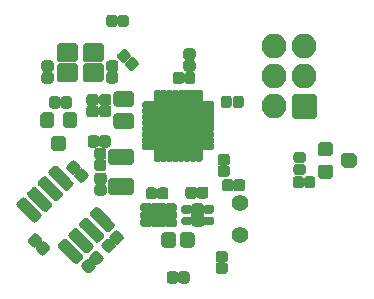
<source format=gbr>
G04 #@! TF.GenerationSoftware,KiCad,Pcbnew,5.1.9*
G04 #@! TF.CreationDate,2021-03-10T11:20:14+02:00*
G04 #@! TF.ProjectId,PlantBuddy,506c616e-7442-4756-9464-792e6b696361,rev?*
G04 #@! TF.SameCoordinates,Original*
G04 #@! TF.FileFunction,Soldermask,Top*
G04 #@! TF.FilePolarity,Negative*
%FSLAX46Y46*%
G04 Gerber Fmt 4.6, Leading zero omitted, Abs format (unit mm)*
G04 Created by KiCad (PCBNEW 5.1.9) date 2021-03-10 11:20:14*
%MOMM*%
%LPD*%
G01*
G04 APERTURE LIST*
%ADD10O,2.100000X2.100000*%
%ADD11C,1.400000*%
G04 APERTURE END LIST*
G36*
G01*
X67560000Y-66333000D02*
X63960000Y-66333000D01*
G75*
G02*
X63760000Y-66133000I0J200000D01*
G01*
X63760000Y-62533000D01*
G75*
G02*
X63960000Y-62333000I200000J0D01*
G01*
X67560000Y-62333000D01*
G75*
G02*
X67760000Y-62533000I0J-200000D01*
G01*
X67760000Y-66133000D01*
G75*
G02*
X67560000Y-66333000I-200000J0D01*
G01*
G37*
G36*
G01*
X63747500Y-66408000D02*
X62872500Y-66408000D01*
G75*
G02*
X62710000Y-66245500I0J162500D01*
G01*
X62710000Y-65920500D01*
G75*
G02*
X62872500Y-65758000I162500J0D01*
G01*
X63747500Y-65758000D01*
G75*
G02*
X63910000Y-65920500I0J-162500D01*
G01*
X63910000Y-66245500D01*
G75*
G02*
X63747500Y-66408000I-162500J0D01*
G01*
G37*
G36*
G01*
X63747500Y-65908000D02*
X62872500Y-65908000D01*
G75*
G02*
X62710000Y-65745500I0J162500D01*
G01*
X62710000Y-65420500D01*
G75*
G02*
X62872500Y-65258000I162500J0D01*
G01*
X63747500Y-65258000D01*
G75*
G02*
X63910000Y-65420500I0J-162500D01*
G01*
X63910000Y-65745500D01*
G75*
G02*
X63747500Y-65908000I-162500J0D01*
G01*
G37*
G36*
G01*
X63747500Y-65408000D02*
X62872500Y-65408000D01*
G75*
G02*
X62710000Y-65245500I0J162500D01*
G01*
X62710000Y-64920500D01*
G75*
G02*
X62872500Y-64758000I162500J0D01*
G01*
X63747500Y-64758000D01*
G75*
G02*
X63910000Y-64920500I0J-162500D01*
G01*
X63910000Y-65245500D01*
G75*
G02*
X63747500Y-65408000I-162500J0D01*
G01*
G37*
G36*
G01*
X63747500Y-64908000D02*
X62872500Y-64908000D01*
G75*
G02*
X62710000Y-64745500I0J162500D01*
G01*
X62710000Y-64420500D01*
G75*
G02*
X62872500Y-64258000I162500J0D01*
G01*
X63747500Y-64258000D01*
G75*
G02*
X63910000Y-64420500I0J-162500D01*
G01*
X63910000Y-64745500D01*
G75*
G02*
X63747500Y-64908000I-162500J0D01*
G01*
G37*
G36*
G01*
X63747500Y-64408000D02*
X62872500Y-64408000D01*
G75*
G02*
X62710000Y-64245500I0J162500D01*
G01*
X62710000Y-63920500D01*
G75*
G02*
X62872500Y-63758000I162500J0D01*
G01*
X63747500Y-63758000D01*
G75*
G02*
X63910000Y-63920500I0J-162500D01*
G01*
X63910000Y-64245500D01*
G75*
G02*
X63747500Y-64408000I-162500J0D01*
G01*
G37*
G36*
G01*
X63747500Y-63908000D02*
X62872500Y-63908000D01*
G75*
G02*
X62710000Y-63745500I0J162500D01*
G01*
X62710000Y-63420500D01*
G75*
G02*
X62872500Y-63258000I162500J0D01*
G01*
X63747500Y-63258000D01*
G75*
G02*
X63910000Y-63420500I0J-162500D01*
G01*
X63910000Y-63745500D01*
G75*
G02*
X63747500Y-63908000I-162500J0D01*
G01*
G37*
G36*
G01*
X63747500Y-63408000D02*
X62872500Y-63408000D01*
G75*
G02*
X62710000Y-63245500I0J162500D01*
G01*
X62710000Y-62920500D01*
G75*
G02*
X62872500Y-62758000I162500J0D01*
G01*
X63747500Y-62758000D01*
G75*
G02*
X63910000Y-62920500I0J-162500D01*
G01*
X63910000Y-63245500D01*
G75*
G02*
X63747500Y-63408000I-162500J0D01*
G01*
G37*
G36*
G01*
X63747500Y-62908000D02*
X62872500Y-62908000D01*
G75*
G02*
X62710000Y-62745500I0J162500D01*
G01*
X62710000Y-62420500D01*
G75*
G02*
X62872500Y-62258000I162500J0D01*
G01*
X63747500Y-62258000D01*
G75*
G02*
X63910000Y-62420500I0J-162500D01*
G01*
X63910000Y-62745500D01*
G75*
G02*
X63747500Y-62908000I-162500J0D01*
G01*
G37*
G36*
G01*
X64172500Y-62483000D02*
X63847500Y-62483000D01*
G75*
G02*
X63685000Y-62320500I0J162500D01*
G01*
X63685000Y-61445500D01*
G75*
G02*
X63847500Y-61283000I162500J0D01*
G01*
X64172500Y-61283000D01*
G75*
G02*
X64335000Y-61445500I0J-162500D01*
G01*
X64335000Y-62320500D01*
G75*
G02*
X64172500Y-62483000I-162500J0D01*
G01*
G37*
G36*
G01*
X64672500Y-62483000D02*
X64347500Y-62483000D01*
G75*
G02*
X64185000Y-62320500I0J162500D01*
G01*
X64185000Y-61445500D01*
G75*
G02*
X64347500Y-61283000I162500J0D01*
G01*
X64672500Y-61283000D01*
G75*
G02*
X64835000Y-61445500I0J-162500D01*
G01*
X64835000Y-62320500D01*
G75*
G02*
X64672500Y-62483000I-162500J0D01*
G01*
G37*
G36*
G01*
X65172500Y-62483000D02*
X64847500Y-62483000D01*
G75*
G02*
X64685000Y-62320500I0J162500D01*
G01*
X64685000Y-61445500D01*
G75*
G02*
X64847500Y-61283000I162500J0D01*
G01*
X65172500Y-61283000D01*
G75*
G02*
X65335000Y-61445500I0J-162500D01*
G01*
X65335000Y-62320500D01*
G75*
G02*
X65172500Y-62483000I-162500J0D01*
G01*
G37*
G36*
G01*
X65672500Y-62483000D02*
X65347500Y-62483000D01*
G75*
G02*
X65185000Y-62320500I0J162500D01*
G01*
X65185000Y-61445500D01*
G75*
G02*
X65347500Y-61283000I162500J0D01*
G01*
X65672500Y-61283000D01*
G75*
G02*
X65835000Y-61445500I0J-162500D01*
G01*
X65835000Y-62320500D01*
G75*
G02*
X65672500Y-62483000I-162500J0D01*
G01*
G37*
G36*
G01*
X66172500Y-62483000D02*
X65847500Y-62483000D01*
G75*
G02*
X65685000Y-62320500I0J162500D01*
G01*
X65685000Y-61445500D01*
G75*
G02*
X65847500Y-61283000I162500J0D01*
G01*
X66172500Y-61283000D01*
G75*
G02*
X66335000Y-61445500I0J-162500D01*
G01*
X66335000Y-62320500D01*
G75*
G02*
X66172500Y-62483000I-162500J0D01*
G01*
G37*
G36*
G01*
X66672500Y-62483000D02*
X66347500Y-62483000D01*
G75*
G02*
X66185000Y-62320500I0J162500D01*
G01*
X66185000Y-61445500D01*
G75*
G02*
X66347500Y-61283000I162500J0D01*
G01*
X66672500Y-61283000D01*
G75*
G02*
X66835000Y-61445500I0J-162500D01*
G01*
X66835000Y-62320500D01*
G75*
G02*
X66672500Y-62483000I-162500J0D01*
G01*
G37*
G36*
G01*
X67172500Y-62483000D02*
X66847500Y-62483000D01*
G75*
G02*
X66685000Y-62320500I0J162500D01*
G01*
X66685000Y-61445500D01*
G75*
G02*
X66847500Y-61283000I162500J0D01*
G01*
X67172500Y-61283000D01*
G75*
G02*
X67335000Y-61445500I0J-162500D01*
G01*
X67335000Y-62320500D01*
G75*
G02*
X67172500Y-62483000I-162500J0D01*
G01*
G37*
G36*
G01*
X67672500Y-62483000D02*
X67347500Y-62483000D01*
G75*
G02*
X67185000Y-62320500I0J162500D01*
G01*
X67185000Y-61445500D01*
G75*
G02*
X67347500Y-61283000I162500J0D01*
G01*
X67672500Y-61283000D01*
G75*
G02*
X67835000Y-61445500I0J-162500D01*
G01*
X67835000Y-62320500D01*
G75*
G02*
X67672500Y-62483000I-162500J0D01*
G01*
G37*
G36*
G01*
X68647500Y-62908000D02*
X67772500Y-62908000D01*
G75*
G02*
X67610000Y-62745500I0J162500D01*
G01*
X67610000Y-62420500D01*
G75*
G02*
X67772500Y-62258000I162500J0D01*
G01*
X68647500Y-62258000D01*
G75*
G02*
X68810000Y-62420500I0J-162500D01*
G01*
X68810000Y-62745500D01*
G75*
G02*
X68647500Y-62908000I-162500J0D01*
G01*
G37*
G36*
G01*
X68647500Y-63408000D02*
X67772500Y-63408000D01*
G75*
G02*
X67610000Y-63245500I0J162500D01*
G01*
X67610000Y-62920500D01*
G75*
G02*
X67772500Y-62758000I162500J0D01*
G01*
X68647500Y-62758000D01*
G75*
G02*
X68810000Y-62920500I0J-162500D01*
G01*
X68810000Y-63245500D01*
G75*
G02*
X68647500Y-63408000I-162500J0D01*
G01*
G37*
G36*
G01*
X68647500Y-63908000D02*
X67772500Y-63908000D01*
G75*
G02*
X67610000Y-63745500I0J162500D01*
G01*
X67610000Y-63420500D01*
G75*
G02*
X67772500Y-63258000I162500J0D01*
G01*
X68647500Y-63258000D01*
G75*
G02*
X68810000Y-63420500I0J-162500D01*
G01*
X68810000Y-63745500D01*
G75*
G02*
X68647500Y-63908000I-162500J0D01*
G01*
G37*
G36*
G01*
X68647500Y-64408000D02*
X67772500Y-64408000D01*
G75*
G02*
X67610000Y-64245500I0J162500D01*
G01*
X67610000Y-63920500D01*
G75*
G02*
X67772500Y-63758000I162500J0D01*
G01*
X68647500Y-63758000D01*
G75*
G02*
X68810000Y-63920500I0J-162500D01*
G01*
X68810000Y-64245500D01*
G75*
G02*
X68647500Y-64408000I-162500J0D01*
G01*
G37*
G36*
G01*
X68647500Y-64908000D02*
X67772500Y-64908000D01*
G75*
G02*
X67610000Y-64745500I0J162500D01*
G01*
X67610000Y-64420500D01*
G75*
G02*
X67772500Y-64258000I162500J0D01*
G01*
X68647500Y-64258000D01*
G75*
G02*
X68810000Y-64420500I0J-162500D01*
G01*
X68810000Y-64745500D01*
G75*
G02*
X68647500Y-64908000I-162500J0D01*
G01*
G37*
G36*
G01*
X68647500Y-65408000D02*
X67772500Y-65408000D01*
G75*
G02*
X67610000Y-65245500I0J162500D01*
G01*
X67610000Y-64920500D01*
G75*
G02*
X67772500Y-64758000I162500J0D01*
G01*
X68647500Y-64758000D01*
G75*
G02*
X68810000Y-64920500I0J-162500D01*
G01*
X68810000Y-65245500D01*
G75*
G02*
X68647500Y-65408000I-162500J0D01*
G01*
G37*
G36*
G01*
X68647500Y-65908000D02*
X67772500Y-65908000D01*
G75*
G02*
X67610000Y-65745500I0J162500D01*
G01*
X67610000Y-65420500D01*
G75*
G02*
X67772500Y-65258000I162500J0D01*
G01*
X68647500Y-65258000D01*
G75*
G02*
X68810000Y-65420500I0J-162500D01*
G01*
X68810000Y-65745500D01*
G75*
G02*
X68647500Y-65908000I-162500J0D01*
G01*
G37*
G36*
G01*
X68647500Y-66408000D02*
X67772500Y-66408000D01*
G75*
G02*
X67610000Y-66245500I0J162500D01*
G01*
X67610000Y-65920500D01*
G75*
G02*
X67772500Y-65758000I162500J0D01*
G01*
X68647500Y-65758000D01*
G75*
G02*
X68810000Y-65920500I0J-162500D01*
G01*
X68810000Y-66245500D01*
G75*
G02*
X68647500Y-66408000I-162500J0D01*
G01*
G37*
G36*
G01*
X67672500Y-67383000D02*
X67347500Y-67383000D01*
G75*
G02*
X67185000Y-67220500I0J162500D01*
G01*
X67185000Y-66345500D01*
G75*
G02*
X67347500Y-66183000I162500J0D01*
G01*
X67672500Y-66183000D01*
G75*
G02*
X67835000Y-66345500I0J-162500D01*
G01*
X67835000Y-67220500D01*
G75*
G02*
X67672500Y-67383000I-162500J0D01*
G01*
G37*
G36*
G01*
X67172500Y-67383000D02*
X66847500Y-67383000D01*
G75*
G02*
X66685000Y-67220500I0J162500D01*
G01*
X66685000Y-66345500D01*
G75*
G02*
X66847500Y-66183000I162500J0D01*
G01*
X67172500Y-66183000D01*
G75*
G02*
X67335000Y-66345500I0J-162500D01*
G01*
X67335000Y-67220500D01*
G75*
G02*
X67172500Y-67383000I-162500J0D01*
G01*
G37*
G36*
G01*
X66672500Y-67383000D02*
X66347500Y-67383000D01*
G75*
G02*
X66185000Y-67220500I0J162500D01*
G01*
X66185000Y-66345500D01*
G75*
G02*
X66347500Y-66183000I162500J0D01*
G01*
X66672500Y-66183000D01*
G75*
G02*
X66835000Y-66345500I0J-162500D01*
G01*
X66835000Y-67220500D01*
G75*
G02*
X66672500Y-67383000I-162500J0D01*
G01*
G37*
G36*
G01*
X66172500Y-67383000D02*
X65847500Y-67383000D01*
G75*
G02*
X65685000Y-67220500I0J162500D01*
G01*
X65685000Y-66345500D01*
G75*
G02*
X65847500Y-66183000I162500J0D01*
G01*
X66172500Y-66183000D01*
G75*
G02*
X66335000Y-66345500I0J-162500D01*
G01*
X66335000Y-67220500D01*
G75*
G02*
X66172500Y-67383000I-162500J0D01*
G01*
G37*
G36*
G01*
X65672500Y-67383000D02*
X65347500Y-67383000D01*
G75*
G02*
X65185000Y-67220500I0J162500D01*
G01*
X65185000Y-66345500D01*
G75*
G02*
X65347500Y-66183000I162500J0D01*
G01*
X65672500Y-66183000D01*
G75*
G02*
X65835000Y-66345500I0J-162500D01*
G01*
X65835000Y-67220500D01*
G75*
G02*
X65672500Y-67383000I-162500J0D01*
G01*
G37*
G36*
G01*
X65172500Y-67383000D02*
X64847500Y-67383000D01*
G75*
G02*
X64685000Y-67220500I0J162500D01*
G01*
X64685000Y-66345500D01*
G75*
G02*
X64847500Y-66183000I162500J0D01*
G01*
X65172500Y-66183000D01*
G75*
G02*
X65335000Y-66345500I0J-162500D01*
G01*
X65335000Y-67220500D01*
G75*
G02*
X65172500Y-67383000I-162500J0D01*
G01*
G37*
G36*
G01*
X64672500Y-67383000D02*
X64347500Y-67383000D01*
G75*
G02*
X64185000Y-67220500I0J162500D01*
G01*
X64185000Y-66345500D01*
G75*
G02*
X64347500Y-66183000I162500J0D01*
G01*
X64672500Y-66183000D01*
G75*
G02*
X64835000Y-66345500I0J-162500D01*
G01*
X64835000Y-67220500D01*
G75*
G02*
X64672500Y-67383000I-162500J0D01*
G01*
G37*
G36*
G01*
X64172500Y-67383000D02*
X63847500Y-67383000D01*
G75*
G02*
X63685000Y-67220500I0J162500D01*
G01*
X63685000Y-66345500D01*
G75*
G02*
X63847500Y-66183000I162500J0D01*
G01*
X64172500Y-66183000D01*
G75*
G02*
X64335000Y-66345500I0J-162500D01*
G01*
X64335000Y-67220500D01*
G75*
G02*
X64172500Y-67383000I-162500J0D01*
G01*
G37*
G36*
G01*
X66425000Y-58755000D02*
X66970000Y-58755000D01*
G75*
G02*
X67217500Y-59002500I0J-247500D01*
G01*
X67217500Y-59497500D01*
G75*
G02*
X66970000Y-59745000I-247500J0D01*
G01*
X66425000Y-59745000D01*
G75*
G02*
X66177500Y-59497500I0J247500D01*
G01*
X66177500Y-59002500D01*
G75*
G02*
X66425000Y-58755000I247500J0D01*
G01*
G37*
G36*
G01*
X66425000Y-57785000D02*
X66970000Y-57785000D01*
G75*
G02*
X67217500Y-58032500I0J-247500D01*
G01*
X67217500Y-58527500D01*
G75*
G02*
X66970000Y-58775000I-247500J0D01*
G01*
X66425000Y-58775000D01*
G75*
G02*
X66177500Y-58527500I0J247500D01*
G01*
X66177500Y-58032500D01*
G75*
G02*
X66425000Y-57785000I247500J0D01*
G01*
G37*
G36*
G01*
X61299581Y-58955918D02*
X61681418Y-58574081D01*
G75*
G02*
X62020830Y-58574081I169706J-169706D01*
G01*
X62360241Y-58913492D01*
G75*
G02*
X62360241Y-59252904I-169706J-169706D01*
G01*
X61978404Y-59634741D01*
G75*
G02*
X61638992Y-59634741I-169706J169706D01*
G01*
X61299581Y-59295330D01*
G75*
G02*
X61299581Y-58955918I169706J169706D01*
G01*
G37*
G36*
G01*
X60620759Y-58277096D02*
X61002596Y-57895259D01*
G75*
G02*
X61342008Y-57895259I169706J-169706D01*
G01*
X61681419Y-58234670D01*
G75*
G02*
X61681419Y-58574082I-169706J-169706D01*
G01*
X61299582Y-58955919D01*
G75*
G02*
X60960170Y-58955919I-169706J169706D01*
G01*
X60620759Y-58616508D01*
G75*
G02*
X60620759Y-58277096I169706J169706D01*
G01*
G37*
D10*
X73873000Y-57622000D03*
X76413000Y-57622000D03*
X73873000Y-60162000D03*
X76413000Y-60162000D03*
X73873000Y-62702000D03*
G36*
G01*
X77463000Y-61852000D02*
X77463000Y-63552000D01*
G75*
G02*
X77263000Y-63752000I-200000J0D01*
G01*
X75563000Y-63752000D01*
G75*
G02*
X75363000Y-63552000I0J200000D01*
G01*
X75363000Y-61852000D01*
G75*
G02*
X75563000Y-61652000I200000J0D01*
G01*
X77263000Y-61652000D01*
G75*
G02*
X77463000Y-61852000I0J-200000D01*
G01*
G37*
G36*
G01*
X70277000Y-62036000D02*
X70277000Y-62606000D01*
G75*
G02*
X70042000Y-62841000I-235000J0D01*
G01*
X69572000Y-62841000D01*
G75*
G02*
X69337000Y-62606000I0J235000D01*
G01*
X69337000Y-62036000D01*
G75*
G02*
X69572000Y-61801000I235000J0D01*
G01*
X70042000Y-61801000D01*
G75*
G02*
X70277000Y-62036000I0J-235000D01*
G01*
G37*
G36*
G01*
X71297000Y-62036000D02*
X71297000Y-62606000D01*
G75*
G02*
X71062000Y-62841000I-235000J0D01*
G01*
X70592000Y-62841000D01*
G75*
G02*
X70357000Y-62606000I0J235000D01*
G01*
X70357000Y-62036000D01*
G75*
G02*
X70592000Y-61801000I235000J0D01*
G01*
X71062000Y-61801000D01*
G75*
G02*
X71297000Y-62036000I0J-235000D01*
G01*
G37*
G36*
G01*
X76317000Y-67488000D02*
X75747000Y-67488000D01*
G75*
G02*
X75512000Y-67253000I0J235000D01*
G01*
X75512000Y-66783000D01*
G75*
G02*
X75747000Y-66548000I235000J0D01*
G01*
X76317000Y-66548000D01*
G75*
G02*
X76552000Y-66783000I0J-235000D01*
G01*
X76552000Y-67253000D01*
G75*
G02*
X76317000Y-67488000I-235000J0D01*
G01*
G37*
G36*
G01*
X76317000Y-68508000D02*
X75747000Y-68508000D01*
G75*
G02*
X75512000Y-68273000I0J235000D01*
G01*
X75512000Y-67803000D01*
G75*
G02*
X75747000Y-67568000I235000J0D01*
G01*
X76317000Y-67568000D01*
G75*
G02*
X76552000Y-67803000I0J-235000D01*
G01*
X76552000Y-68273000D01*
G75*
G02*
X76317000Y-68508000I-235000J0D01*
G01*
G37*
G36*
G01*
X63967000Y-70338000D02*
X63967000Y-69798000D01*
G75*
G02*
X64207000Y-69558000I240000J0D01*
G01*
X64687000Y-69558000D01*
G75*
G02*
X64927000Y-69798000I0J-240000D01*
G01*
X64927000Y-70338000D01*
G75*
G02*
X64687000Y-70578000I-240000J0D01*
G01*
X64207000Y-70578000D01*
G75*
G02*
X63967000Y-70338000I0J240000D01*
G01*
G37*
G36*
G01*
X63007000Y-70338000D02*
X63007000Y-69798000D01*
G75*
G02*
X63247000Y-69558000I240000J0D01*
G01*
X63727000Y-69558000D01*
G75*
G02*
X63967000Y-69798000I0J-240000D01*
G01*
X63967000Y-70338000D01*
G75*
G02*
X63727000Y-70578000I-240000J0D01*
G01*
X63247000Y-70578000D01*
G75*
G02*
X63007000Y-70338000I0J240000D01*
G01*
G37*
D11*
X70970000Y-73560000D03*
X71010000Y-70880000D03*
G36*
G01*
X76413000Y-69385500D02*
X76413000Y-68845500D01*
G75*
G02*
X76653000Y-68605500I240000J0D01*
G01*
X77133000Y-68605500D01*
G75*
G02*
X77373000Y-68845500I0J-240000D01*
G01*
X77373000Y-69385500D01*
G75*
G02*
X77133000Y-69625500I-240000J0D01*
G01*
X76653000Y-69625500D01*
G75*
G02*
X76413000Y-69385500I0J240000D01*
G01*
G37*
G36*
G01*
X75453000Y-69385500D02*
X75453000Y-68845500D01*
G75*
G02*
X75693000Y-68605500I240000J0D01*
G01*
X76173000Y-68605500D01*
G75*
G02*
X76413000Y-68845500I0J-240000D01*
G01*
X76413000Y-69385500D01*
G75*
G02*
X76173000Y-69625500I-240000J0D01*
G01*
X75693000Y-69625500D01*
G75*
G02*
X75453000Y-69385500I0J240000D01*
G01*
G37*
G36*
G01*
X66253000Y-60019000D02*
X66253000Y-60559000D01*
G75*
G02*
X66013000Y-60799000I-240000J0D01*
G01*
X65533000Y-60799000D01*
G75*
G02*
X65293000Y-60559000I0J240000D01*
G01*
X65293000Y-60019000D01*
G75*
G02*
X65533000Y-59779000I240000J0D01*
G01*
X66013000Y-59779000D01*
G75*
G02*
X66253000Y-60019000I0J-240000D01*
G01*
G37*
G36*
G01*
X67213000Y-60019000D02*
X67213000Y-60559000D01*
G75*
G02*
X66973000Y-60799000I-240000J0D01*
G01*
X66493000Y-60799000D01*
G75*
G02*
X66253000Y-60559000I0J240000D01*
G01*
X66253000Y-60019000D01*
G75*
G02*
X66493000Y-59779000I240000J0D01*
G01*
X66973000Y-59779000D01*
G75*
G02*
X67213000Y-60019000I0J-240000D01*
G01*
G37*
G36*
G01*
X60601500Y-55193000D02*
X60601500Y-55733000D01*
G75*
G02*
X60361500Y-55973000I-240000J0D01*
G01*
X59881500Y-55973000D01*
G75*
G02*
X59641500Y-55733000I0J240000D01*
G01*
X59641500Y-55193000D01*
G75*
G02*
X59881500Y-54953000I240000J0D01*
G01*
X60361500Y-54953000D01*
G75*
G02*
X60601500Y-55193000I0J-240000D01*
G01*
G37*
G36*
G01*
X61561500Y-55193000D02*
X61561500Y-55733000D01*
G75*
G02*
X61321500Y-55973000I-240000J0D01*
G01*
X60841500Y-55973000D01*
G75*
G02*
X60601500Y-55733000I0J240000D01*
G01*
X60601500Y-55193000D01*
G75*
G02*
X60841500Y-54953000I240000J0D01*
G01*
X61321500Y-54953000D01*
G75*
G02*
X61561500Y-55193000I0J-240000D01*
G01*
G37*
G36*
G01*
X54423500Y-59771000D02*
X54968500Y-59771000D01*
G75*
G02*
X55216000Y-60018500I0J-247500D01*
G01*
X55216000Y-60513500D01*
G75*
G02*
X54968500Y-60761000I-247500J0D01*
G01*
X54423500Y-60761000D01*
G75*
G02*
X54176000Y-60513500I0J247500D01*
G01*
X54176000Y-60018500D01*
G75*
G02*
X54423500Y-59771000I247500J0D01*
G01*
G37*
G36*
G01*
X54423500Y-58801000D02*
X54968500Y-58801000D01*
G75*
G02*
X55216000Y-59048500I0J-247500D01*
G01*
X55216000Y-59543500D01*
G75*
G02*
X54968500Y-59791000I-247500J0D01*
G01*
X54423500Y-59791000D01*
G75*
G02*
X54176000Y-59543500I0J247500D01*
G01*
X54176000Y-59048500D01*
G75*
G02*
X54423500Y-58801000I247500J0D01*
G01*
G37*
G36*
G01*
X60429500Y-59791000D02*
X59884500Y-59791000D01*
G75*
G02*
X59637000Y-59543500I0J247500D01*
G01*
X59637000Y-59048500D01*
G75*
G02*
X59884500Y-58801000I247500J0D01*
G01*
X60429500Y-58801000D01*
G75*
G02*
X60677000Y-59048500I0J-247500D01*
G01*
X60677000Y-59543500D01*
G75*
G02*
X60429500Y-59791000I-247500J0D01*
G01*
G37*
G36*
G01*
X60429500Y-60761000D02*
X59884500Y-60761000D01*
G75*
G02*
X59637000Y-60513500I0J247500D01*
G01*
X59637000Y-60018500D01*
G75*
G02*
X59884500Y-59771000I247500J0D01*
G01*
X60429500Y-59771000D01*
G75*
G02*
X60677000Y-60018500I0J-247500D01*
G01*
X60677000Y-60513500D01*
G75*
G02*
X60429500Y-60761000I-247500J0D01*
G01*
G37*
G36*
G01*
X58897500Y-69270000D02*
X59442500Y-69270000D01*
G75*
G02*
X59690000Y-69517500I0J-247500D01*
G01*
X59690000Y-70012500D01*
G75*
G02*
X59442500Y-70260000I-247500J0D01*
G01*
X58897500Y-70260000D01*
G75*
G02*
X58650000Y-70012500I0J247500D01*
G01*
X58650000Y-69517500D01*
G75*
G02*
X58897500Y-69270000I247500J0D01*
G01*
G37*
G36*
G01*
X58897500Y-68300000D02*
X59442500Y-68300000D01*
G75*
G02*
X59690000Y-68547500I0J-247500D01*
G01*
X59690000Y-69042500D01*
G75*
G02*
X59442500Y-69290000I-247500J0D01*
G01*
X58897500Y-69290000D01*
G75*
G02*
X58650000Y-69042500I0J247500D01*
G01*
X58650000Y-68547500D01*
G75*
G02*
X58897500Y-68300000I247500J0D01*
G01*
G37*
G36*
G01*
X59432500Y-67190000D02*
X58887500Y-67190000D01*
G75*
G02*
X58640000Y-66942500I0J247500D01*
G01*
X58640000Y-66447500D01*
G75*
G02*
X58887500Y-66200000I247500J0D01*
G01*
X59432500Y-66200000D01*
G75*
G02*
X59680000Y-66447500I0J-247500D01*
G01*
X59680000Y-66942500D01*
G75*
G02*
X59432500Y-67190000I-247500J0D01*
G01*
G37*
G36*
G01*
X59432500Y-68160000D02*
X58887500Y-68160000D01*
G75*
G02*
X58640000Y-67912500I0J247500D01*
G01*
X58640000Y-67417500D01*
G75*
G02*
X58887500Y-67170000I247500J0D01*
G01*
X59432500Y-67170000D01*
G75*
G02*
X59680000Y-67417500I0J-247500D01*
G01*
X59680000Y-67912500D01*
G75*
G02*
X59432500Y-68160000I-247500J0D01*
G01*
G37*
G36*
G01*
X55220000Y-65210000D02*
X56020000Y-65210000D01*
G75*
G02*
X56220000Y-65410000I0J-200000D01*
G01*
X56220000Y-66310000D01*
G75*
G02*
X56020000Y-66510000I-200000J0D01*
G01*
X55220000Y-66510000D01*
G75*
G02*
X55020000Y-66310000I0J200000D01*
G01*
X55020000Y-65410000D01*
G75*
G02*
X55220000Y-65210000I200000J0D01*
G01*
G37*
G36*
G01*
X54270000Y-63210000D02*
X55070000Y-63210000D01*
G75*
G02*
X55270000Y-63410000I0J-200000D01*
G01*
X55270000Y-64310000D01*
G75*
G02*
X55070000Y-64510000I-200000J0D01*
G01*
X54270000Y-64510000D01*
G75*
G02*
X54070000Y-64310000I0J200000D01*
G01*
X54070000Y-63410000D01*
G75*
G02*
X54270000Y-63210000I200000J0D01*
G01*
G37*
G36*
G01*
X56170000Y-63210000D02*
X56970000Y-63210000D01*
G75*
G02*
X57170000Y-63410000I0J-200000D01*
G01*
X57170000Y-64310000D01*
G75*
G02*
X56970000Y-64510000I-200000J0D01*
G01*
X56170000Y-64510000D01*
G75*
G02*
X55970000Y-64310000I0J200000D01*
G01*
X55970000Y-63410000D01*
G75*
G02*
X56170000Y-63210000I200000J0D01*
G01*
G37*
G36*
G01*
X54811616Y-68122576D02*
X55165169Y-67769023D01*
G75*
G02*
X55518723Y-67769023I176777J-176777D01*
G01*
X56826870Y-69077170D01*
G75*
G02*
X56826870Y-69430724I-176777J-176777D01*
G01*
X56473317Y-69784277D01*
G75*
G02*
X56119763Y-69784277I-176777J176777D01*
G01*
X54811616Y-68476130D01*
G75*
G02*
X54811616Y-68122576I176777J176777D01*
G01*
G37*
G36*
G01*
X53913591Y-69020602D02*
X54267144Y-68667049D01*
G75*
G02*
X54620698Y-68667049I176777J-176777D01*
G01*
X55928845Y-69975196D01*
G75*
G02*
X55928845Y-70328750I-176777J-176777D01*
G01*
X55575292Y-70682303D01*
G75*
G02*
X55221738Y-70682303I-176777J176777D01*
G01*
X53913591Y-69374156D01*
G75*
G02*
X53913591Y-69020602I176777J176777D01*
G01*
G37*
G36*
G01*
X53015565Y-69918628D02*
X53369118Y-69565075D01*
G75*
G02*
X53722672Y-69565075I176777J-176777D01*
G01*
X55030819Y-70873222D01*
G75*
G02*
X55030819Y-71226776I-176777J-176777D01*
G01*
X54677266Y-71580329D01*
G75*
G02*
X54323712Y-71580329I-176777J176777D01*
G01*
X53015565Y-70272182D01*
G75*
G02*
X53015565Y-69918628I176777J176777D01*
G01*
G37*
G36*
G01*
X52117539Y-70816653D02*
X52471092Y-70463100D01*
G75*
G02*
X52824646Y-70463100I176777J-176777D01*
G01*
X54132793Y-71771247D01*
G75*
G02*
X54132793Y-72124801I-176777J-176777D01*
G01*
X53779240Y-72478354D01*
G75*
G02*
X53425686Y-72478354I-176777J176777D01*
G01*
X52117539Y-71170207D01*
G75*
G02*
X52117539Y-70816653I176777J176777D01*
G01*
G37*
G36*
G01*
X55617718Y-74316832D02*
X55971271Y-73963279D01*
G75*
G02*
X56324825Y-73963279I176777J-176777D01*
G01*
X57632972Y-75271426D01*
G75*
G02*
X57632972Y-75624980I-176777J-176777D01*
G01*
X57279419Y-75978533D01*
G75*
G02*
X56925865Y-75978533I-176777J176777D01*
G01*
X55617718Y-74670386D01*
G75*
G02*
X55617718Y-74316832I176777J176777D01*
G01*
G37*
G36*
G01*
X56515743Y-73418806D02*
X56869296Y-73065253D01*
G75*
G02*
X57222850Y-73065253I176777J-176777D01*
G01*
X58530997Y-74373400D01*
G75*
G02*
X58530997Y-74726954I-176777J-176777D01*
G01*
X58177444Y-75080507D01*
G75*
G02*
X57823890Y-75080507I-176777J176777D01*
G01*
X56515743Y-73772360D01*
G75*
G02*
X56515743Y-73418806I176777J176777D01*
G01*
G37*
G36*
G01*
X57413769Y-72520780D02*
X57767322Y-72167227D01*
G75*
G02*
X58120876Y-72167227I176777J-176777D01*
G01*
X59429023Y-73475374D01*
G75*
G02*
X59429023Y-73828928I-176777J-176777D01*
G01*
X59075470Y-74182481D01*
G75*
G02*
X58721916Y-74182481I-176777J176777D01*
G01*
X57413769Y-72874334D01*
G75*
G02*
X57413769Y-72520780I176777J176777D01*
G01*
G37*
G36*
G01*
X58311795Y-71622755D02*
X58665348Y-71269202D01*
G75*
G02*
X59018902Y-71269202I176777J-176777D01*
G01*
X60327049Y-72577349D01*
G75*
G02*
X60327049Y-72930903I-176777J-176777D01*
G01*
X59973496Y-73284456D01*
G75*
G02*
X59619942Y-73284456I-176777J176777D01*
G01*
X58311795Y-71976309D01*
G75*
G02*
X58311795Y-71622755I176777J176777D01*
G01*
G37*
G36*
G01*
X55456000Y-58740000D02*
X55456000Y-57540000D01*
G75*
G02*
X55656000Y-57340000I200000J0D01*
G01*
X57056000Y-57340000D01*
G75*
G02*
X57256000Y-57540000I0J-200000D01*
G01*
X57256000Y-58740000D01*
G75*
G02*
X57056000Y-58940000I-200000J0D01*
G01*
X55656000Y-58940000D01*
G75*
G02*
X55456000Y-58740000I0J200000D01*
G01*
G37*
G36*
G01*
X57656000Y-58740000D02*
X57656000Y-57540000D01*
G75*
G02*
X57856000Y-57340000I200000J0D01*
G01*
X59256000Y-57340000D01*
G75*
G02*
X59456000Y-57540000I0J-200000D01*
G01*
X59456000Y-58740000D01*
G75*
G02*
X59256000Y-58940000I-200000J0D01*
G01*
X57856000Y-58940000D01*
G75*
G02*
X57656000Y-58740000I0J200000D01*
G01*
G37*
G36*
G01*
X57656000Y-60440000D02*
X57656000Y-59240000D01*
G75*
G02*
X57856000Y-59040000I200000J0D01*
G01*
X59256000Y-59040000D01*
G75*
G02*
X59456000Y-59240000I0J-200000D01*
G01*
X59456000Y-60440000D01*
G75*
G02*
X59256000Y-60640000I-200000J0D01*
G01*
X57856000Y-60640000D01*
G75*
G02*
X57656000Y-60440000I0J200000D01*
G01*
G37*
G36*
G01*
X55456000Y-60440000D02*
X55456000Y-59240000D01*
G75*
G02*
X55656000Y-59040000I200000J0D01*
G01*
X57056000Y-59040000D01*
G75*
G02*
X57256000Y-59240000I0J-200000D01*
G01*
X57256000Y-60440000D01*
G75*
G02*
X57056000Y-60640000I-200000J0D01*
G01*
X55656000Y-60640000D01*
G75*
G02*
X55456000Y-60440000I0J200000D01*
G01*
G37*
G36*
G01*
X60010000Y-66280000D02*
X61810000Y-66280000D01*
G75*
G02*
X62010000Y-66480000I0J-200000D01*
G01*
X62010000Y-67480000D01*
G75*
G02*
X61810000Y-67680000I-200000J0D01*
G01*
X60010000Y-67680000D01*
G75*
G02*
X59810000Y-67480000I0J200000D01*
G01*
X59810000Y-66480000D01*
G75*
G02*
X60010000Y-66280000I200000J0D01*
G01*
G37*
G36*
G01*
X60010000Y-68780000D02*
X61810000Y-68780000D01*
G75*
G02*
X62010000Y-68980000I0J-200000D01*
G01*
X62010000Y-69980000D01*
G75*
G02*
X61810000Y-70180000I-200000J0D01*
G01*
X60010000Y-70180000D01*
G75*
G02*
X59810000Y-69980000I0J200000D01*
G01*
X59810000Y-68980000D01*
G75*
G02*
X60010000Y-68780000I200000J0D01*
G01*
G37*
G36*
G01*
X59050000Y-65932500D02*
X59050000Y-65387500D01*
G75*
G02*
X59297500Y-65140000I247500J0D01*
G01*
X59792500Y-65140000D01*
G75*
G02*
X60040000Y-65387500I0J-247500D01*
G01*
X60040000Y-65932500D01*
G75*
G02*
X59792500Y-66180000I-247500J0D01*
G01*
X59297500Y-66180000D01*
G75*
G02*
X59050000Y-65932500I0J247500D01*
G01*
G37*
G36*
G01*
X58080000Y-65932500D02*
X58080000Y-65387500D01*
G75*
G02*
X58327500Y-65140000I247500J0D01*
G01*
X58822500Y-65140000D01*
G75*
G02*
X59070000Y-65387500I0J-247500D01*
G01*
X59070000Y-65932500D01*
G75*
G02*
X58822500Y-66180000I-247500J0D01*
G01*
X58327500Y-66180000D01*
G75*
G02*
X58080000Y-65932500I0J247500D01*
G01*
G37*
G36*
G01*
X59842500Y-62640000D02*
X59297500Y-62640000D01*
G75*
G02*
X59050000Y-62392500I0J247500D01*
G01*
X59050000Y-61897500D01*
G75*
G02*
X59297500Y-61650000I247500J0D01*
G01*
X59842500Y-61650000D01*
G75*
G02*
X60090000Y-61897500I0J-247500D01*
G01*
X60090000Y-62392500D01*
G75*
G02*
X59842500Y-62640000I-247500J0D01*
G01*
G37*
G36*
G01*
X59842500Y-63610000D02*
X59297500Y-63610000D01*
G75*
G02*
X59050000Y-63362500I0J247500D01*
G01*
X59050000Y-62867500D01*
G75*
G02*
X59297500Y-62620000I247500J0D01*
G01*
X59842500Y-62620000D01*
G75*
G02*
X60090000Y-62867500I0J-247500D01*
G01*
X60090000Y-63362500D01*
G75*
G02*
X59842500Y-63610000I-247500J0D01*
G01*
G37*
G36*
G01*
X60593750Y-63260000D02*
X61706250Y-63260000D01*
G75*
G02*
X62050000Y-63603750I0J-343750D01*
G01*
X62050000Y-64291250D01*
G75*
G02*
X61706250Y-64635000I-343750J0D01*
G01*
X60593750Y-64635000D01*
G75*
G02*
X60250000Y-64291250I0J343750D01*
G01*
X60250000Y-63603750D01*
G75*
G02*
X60593750Y-63260000I343750J0D01*
G01*
G37*
G36*
G01*
X60593750Y-61385000D02*
X61706250Y-61385000D01*
G75*
G02*
X62050000Y-61728750I0J-343750D01*
G01*
X62050000Y-62416250D01*
G75*
G02*
X61706250Y-62760000I-343750J0D01*
G01*
X60593750Y-62760000D01*
G75*
G02*
X60250000Y-62416250I0J343750D01*
G01*
X60250000Y-61728750D01*
G75*
G02*
X60593750Y-61385000I343750J0D01*
G01*
G37*
G36*
G01*
X79557000Y-67674000D02*
X79557000Y-66874000D01*
G75*
G02*
X79757000Y-66674000I200000J0D01*
G01*
X80657000Y-66674000D01*
G75*
G02*
X80857000Y-66874000I0J-200000D01*
G01*
X80857000Y-67674000D01*
G75*
G02*
X80657000Y-67874000I-200000J0D01*
G01*
X79757000Y-67874000D01*
G75*
G02*
X79557000Y-67674000I0J200000D01*
G01*
G37*
G36*
G01*
X77557000Y-68624000D02*
X77557000Y-67824000D01*
G75*
G02*
X77757000Y-67624000I200000J0D01*
G01*
X78657000Y-67624000D01*
G75*
G02*
X78857000Y-67824000I0J-200000D01*
G01*
X78857000Y-68624000D01*
G75*
G02*
X78657000Y-68824000I-200000J0D01*
G01*
X77757000Y-68824000D01*
G75*
G02*
X77557000Y-68624000I0J200000D01*
G01*
G37*
G36*
G01*
X77557000Y-66724000D02*
X77557000Y-65924000D01*
G75*
G02*
X77757000Y-65724000I200000J0D01*
G01*
X78657000Y-65724000D01*
G75*
G02*
X78857000Y-65924000I0J-200000D01*
G01*
X78857000Y-66724000D01*
G75*
G02*
X78657000Y-66924000I-200000J0D01*
G01*
X77757000Y-66924000D01*
G75*
G02*
X77557000Y-66724000I0J200000D01*
G01*
G37*
G36*
G01*
X55770000Y-62632500D02*
X55770000Y-62087500D01*
G75*
G02*
X56017500Y-61840000I247500J0D01*
G01*
X56512500Y-61840000D01*
G75*
G02*
X56760000Y-62087500I0J-247500D01*
G01*
X56760000Y-62632500D01*
G75*
G02*
X56512500Y-62880000I-247500J0D01*
G01*
X56017500Y-62880000D01*
G75*
G02*
X55770000Y-62632500I0J247500D01*
G01*
G37*
G36*
G01*
X54800000Y-62632500D02*
X54800000Y-62087500D01*
G75*
G02*
X55047500Y-61840000I247500J0D01*
G01*
X55542500Y-61840000D01*
G75*
G02*
X55790000Y-62087500I0J-247500D01*
G01*
X55790000Y-62632500D01*
G75*
G02*
X55542500Y-62880000I-247500J0D01*
G01*
X55047500Y-62880000D01*
G75*
G02*
X54800000Y-62632500I0J247500D01*
G01*
G37*
G36*
G01*
X60010618Y-73950903D02*
X60395992Y-74336277D01*
G75*
G02*
X60395992Y-74686295I-175009J-175009D01*
G01*
X60045974Y-75036313D01*
G75*
G02*
X59695956Y-75036313I-175009J175009D01*
G01*
X59310582Y-74650939D01*
G75*
G02*
X59310582Y-74300921I175009J175009D01*
G01*
X59660600Y-73950903D01*
G75*
G02*
X60010618Y-73950903I175009J-175009D01*
G01*
G37*
G36*
G01*
X60696512Y-73265009D02*
X61081886Y-73650383D01*
G75*
G02*
X61081886Y-74000401I-175009J-175009D01*
G01*
X60731868Y-74350419D01*
G75*
G02*
X60381850Y-74350419I-175009J175009D01*
G01*
X59996476Y-73965045D01*
G75*
G02*
X59996476Y-73615027I175009J175009D01*
G01*
X60346494Y-73265009D01*
G75*
G02*
X60696512Y-73265009I175009J-175009D01*
G01*
G37*
G36*
G01*
X58299419Y-75676244D02*
X58684793Y-76061618D01*
G75*
G02*
X58684793Y-76411636I-175009J-175009D01*
G01*
X58334775Y-76761654D01*
G75*
G02*
X57984757Y-76761654I-175009J175009D01*
G01*
X57599383Y-76376280D01*
G75*
G02*
X57599383Y-76026262I175009J175009D01*
G01*
X57949401Y-75676244D01*
G75*
G02*
X58299419Y-75676244I175009J-175009D01*
G01*
G37*
G36*
G01*
X58985313Y-74990350D02*
X59370687Y-75375724D01*
G75*
G02*
X59370687Y-75725742I-175009J-175009D01*
G01*
X59020669Y-76075760D01*
G75*
G02*
X58670651Y-76075760I-175009J175009D01*
G01*
X58285277Y-75690386D01*
G75*
G02*
X58285277Y-75340368I175009J175009D01*
G01*
X58635295Y-74990350D01*
G75*
G02*
X58985313Y-74990350I175009J-175009D01*
G01*
G37*
G36*
G01*
X69712500Y-75920000D02*
X69167500Y-75920000D01*
G75*
G02*
X68920000Y-75672500I0J247500D01*
G01*
X68920000Y-75177500D01*
G75*
G02*
X69167500Y-74930000I247500J0D01*
G01*
X69712500Y-74930000D01*
G75*
G02*
X69960000Y-75177500I0J-247500D01*
G01*
X69960000Y-75672500D01*
G75*
G02*
X69712500Y-75920000I-247500J0D01*
G01*
G37*
G36*
G01*
X69712500Y-76890000D02*
X69167500Y-76890000D01*
G75*
G02*
X68920000Y-76642500I0J247500D01*
G01*
X68920000Y-76147500D01*
G75*
G02*
X69167500Y-75900000I247500J0D01*
G01*
X69712500Y-75900000D01*
G75*
G02*
X69960000Y-76147500I0J-247500D01*
G01*
X69960000Y-76642500D01*
G75*
G02*
X69712500Y-76890000I-247500J0D01*
G01*
G37*
G36*
G01*
X70454000Y-69097000D02*
X70454000Y-69642000D01*
G75*
G02*
X70206500Y-69889500I-247500J0D01*
G01*
X69711500Y-69889500D01*
G75*
G02*
X69464000Y-69642000I0J247500D01*
G01*
X69464000Y-69097000D01*
G75*
G02*
X69711500Y-68849500I247500J0D01*
G01*
X70206500Y-68849500D01*
G75*
G02*
X70454000Y-69097000I0J-247500D01*
G01*
G37*
G36*
G01*
X71424000Y-69097000D02*
X71424000Y-69642000D01*
G75*
G02*
X71176500Y-69889500I-247500J0D01*
G01*
X70681500Y-69889500D01*
G75*
G02*
X70434000Y-69642000I0J247500D01*
G01*
X70434000Y-69097000D01*
G75*
G02*
X70681500Y-68849500I247500J0D01*
G01*
X71176500Y-68849500D01*
G75*
G02*
X71424000Y-69097000I0J-247500D01*
G01*
G37*
G36*
G01*
X66860000Y-72625000D02*
X66860000Y-71175000D01*
G75*
G02*
X67135000Y-70900000I275000J0D01*
G01*
X67685000Y-70900000D01*
G75*
G02*
X67960000Y-71175000I0J-275000D01*
G01*
X67960000Y-72625000D01*
G75*
G02*
X67685000Y-72900000I-275000J0D01*
G01*
X67135000Y-72900000D01*
G75*
G02*
X66860000Y-72625000I0J275000D01*
G01*
G37*
G36*
G01*
X67860000Y-71587500D02*
X67860000Y-71212500D01*
G75*
G02*
X68047500Y-71025000I187500J0D01*
G01*
X68622500Y-71025000D01*
G75*
G02*
X68810000Y-71212500I0J-187500D01*
G01*
X68810000Y-71587500D01*
G75*
G02*
X68622500Y-71775000I-187500J0D01*
G01*
X68047500Y-71775000D01*
G75*
G02*
X67860000Y-71587500I0J187500D01*
G01*
G37*
G36*
G01*
X67860000Y-72587500D02*
X67860000Y-72212500D01*
G75*
G02*
X68047500Y-72025000I187500J0D01*
G01*
X68622500Y-72025000D01*
G75*
G02*
X68810000Y-72212500I0J-187500D01*
G01*
X68810000Y-72587500D01*
G75*
G02*
X68622500Y-72775000I-187500J0D01*
G01*
X68047500Y-72775000D01*
G75*
G02*
X67860000Y-72587500I0J187500D01*
G01*
G37*
G36*
G01*
X66010000Y-72587500D02*
X66010000Y-72212500D01*
G75*
G02*
X66197500Y-72025000I187500J0D01*
G01*
X66772500Y-72025000D01*
G75*
G02*
X66960000Y-72212500I0J-187500D01*
G01*
X66960000Y-72587500D01*
G75*
G02*
X66772500Y-72775000I-187500J0D01*
G01*
X66197500Y-72775000D01*
G75*
G02*
X66010000Y-72587500I0J187500D01*
G01*
G37*
G36*
G01*
X66010000Y-71587500D02*
X66010000Y-71212500D01*
G75*
G02*
X66197500Y-71025000I187500J0D01*
G01*
X66772500Y-71025000D01*
G75*
G02*
X66960000Y-71212500I0J-187500D01*
G01*
X66960000Y-71587500D01*
G75*
G02*
X66772500Y-71775000I-187500J0D01*
G01*
X66197500Y-71775000D01*
G75*
G02*
X66010000Y-71587500I0J187500D01*
G01*
G37*
G36*
G01*
X65595000Y-73648750D02*
X65595000Y-74361250D01*
G75*
G02*
X65276250Y-74680000I-318750J0D01*
G01*
X64638750Y-74680000D01*
G75*
G02*
X64320000Y-74361250I0J318750D01*
G01*
X64320000Y-73648750D01*
G75*
G02*
X64638750Y-73330000I318750J0D01*
G01*
X65276250Y-73330000D01*
G75*
G02*
X65595000Y-73648750I0J-318750D01*
G01*
G37*
G36*
G01*
X67170000Y-73648750D02*
X67170000Y-74361250D01*
G75*
G02*
X66851250Y-74680000I-318750J0D01*
G01*
X66213750Y-74680000D01*
G75*
G02*
X65895000Y-74361250I0J318750D01*
G01*
X65895000Y-73648750D01*
G75*
G02*
X66213750Y-73330000I318750J0D01*
G01*
X66851250Y-73330000D01*
G75*
G02*
X67170000Y-73648750I0J-318750D01*
G01*
G37*
G36*
G01*
X65735000Y-77452500D02*
X65735000Y-76907500D01*
G75*
G02*
X65982500Y-76660000I247500J0D01*
G01*
X66477500Y-76660000D01*
G75*
G02*
X66725000Y-76907500I0J-247500D01*
G01*
X66725000Y-77452500D01*
G75*
G02*
X66477500Y-77700000I-247500J0D01*
G01*
X65982500Y-77700000D01*
G75*
G02*
X65735000Y-77452500I0J247500D01*
G01*
G37*
G36*
G01*
X64765000Y-77452500D02*
X64765000Y-76907500D01*
G75*
G02*
X65012500Y-76660000I247500J0D01*
G01*
X65507500Y-76660000D01*
G75*
G02*
X65755000Y-76907500I0J-247500D01*
G01*
X65755000Y-77452500D01*
G75*
G02*
X65507500Y-77700000I-247500J0D01*
G01*
X65012500Y-77700000D01*
G75*
G02*
X64765000Y-77452500I0J247500D01*
G01*
G37*
G36*
G01*
X57419072Y-68032419D02*
X57033698Y-68417793D01*
G75*
G02*
X56683680Y-68417793I-175009J175009D01*
G01*
X56333662Y-68067775D01*
G75*
G02*
X56333662Y-67717757I175009J175009D01*
G01*
X56719036Y-67332383D01*
G75*
G02*
X57069054Y-67332383I175009J-175009D01*
G01*
X57419072Y-67682401D01*
G75*
G02*
X57419072Y-68032419I-175009J-175009D01*
G01*
G37*
G36*
G01*
X58104966Y-68718313D02*
X57719592Y-69103687D01*
G75*
G02*
X57369574Y-69103687I-175009J175009D01*
G01*
X57019556Y-68753669D01*
G75*
G02*
X57019556Y-68403651I175009J175009D01*
G01*
X57404930Y-68018277D01*
G75*
G02*
X57754948Y-68018277I175009J-175009D01*
G01*
X58104966Y-68368295D01*
G75*
G02*
X58104966Y-68718313I-175009J-175009D01*
G01*
G37*
G36*
G01*
X54166381Y-74198391D02*
X53781007Y-74583765D01*
G75*
G02*
X53430989Y-74583765I-175009J175009D01*
G01*
X53080971Y-74233747D01*
G75*
G02*
X53080971Y-73883729I175009J175009D01*
G01*
X53466345Y-73498355D01*
G75*
G02*
X53816363Y-73498355I175009J-175009D01*
G01*
X54166381Y-73848373D01*
G75*
G02*
X54166381Y-74198391I-175009J-175009D01*
G01*
G37*
G36*
G01*
X54852275Y-74884285D02*
X54466901Y-75269659D01*
G75*
G02*
X54116883Y-75269659I-175009J175009D01*
G01*
X53766865Y-74919641D01*
G75*
G02*
X53766865Y-74569623I175009J175009D01*
G01*
X54152239Y-74184249D01*
G75*
G02*
X54502257Y-74184249I175009J-175009D01*
G01*
X54852275Y-74534267D01*
G75*
G02*
X54852275Y-74884285I-175009J-175009D01*
G01*
G37*
G36*
G01*
X67322500Y-70277000D02*
X67322500Y-69732000D01*
G75*
G02*
X67570000Y-69484500I247500J0D01*
G01*
X68065000Y-69484500D01*
G75*
G02*
X68312500Y-69732000I0J-247500D01*
G01*
X68312500Y-70277000D01*
G75*
G02*
X68065000Y-70524500I-247500J0D01*
G01*
X67570000Y-70524500D01*
G75*
G02*
X67322500Y-70277000I0J247500D01*
G01*
G37*
G36*
G01*
X66352500Y-70277000D02*
X66352500Y-69732000D01*
G75*
G02*
X66600000Y-69484500I247500J0D01*
G01*
X67095000Y-69484500D01*
G75*
G02*
X67342500Y-69732000I0J-247500D01*
G01*
X67342500Y-70277000D01*
G75*
G02*
X67095000Y-70524500I-247500J0D01*
G01*
X66600000Y-70524500D01*
G75*
G02*
X66352500Y-70277000I0J247500D01*
G01*
G37*
G36*
G01*
X69347500Y-67690000D02*
X69892500Y-67690000D01*
G75*
G02*
X70140000Y-67937500I0J-247500D01*
G01*
X70140000Y-68432500D01*
G75*
G02*
X69892500Y-68680000I-247500J0D01*
G01*
X69347500Y-68680000D01*
G75*
G02*
X69100000Y-68432500I0J247500D01*
G01*
X69100000Y-67937500D01*
G75*
G02*
X69347500Y-67690000I247500J0D01*
G01*
G37*
G36*
G01*
X69347500Y-66720000D02*
X69892500Y-66720000D01*
G75*
G02*
X70140000Y-66967500I0J-247500D01*
G01*
X70140000Y-67462500D01*
G75*
G02*
X69892500Y-67710000I-247500J0D01*
G01*
X69347500Y-67710000D01*
G75*
G02*
X69100000Y-67462500I0J247500D01*
G01*
X69100000Y-66967500D01*
G75*
G02*
X69347500Y-66720000I247500J0D01*
G01*
G37*
G36*
G01*
X58217500Y-61660000D02*
X58762500Y-61660000D01*
G75*
G02*
X59010000Y-61907500I0J-247500D01*
G01*
X59010000Y-62402500D01*
G75*
G02*
X58762500Y-62650000I-247500J0D01*
G01*
X58217500Y-62650000D01*
G75*
G02*
X57970000Y-62402500I0J247500D01*
G01*
X57970000Y-61907500D01*
G75*
G02*
X58217500Y-61660000I247500J0D01*
G01*
G37*
G36*
G01*
X58217500Y-62630000D02*
X58762500Y-62630000D01*
G75*
G02*
X59010000Y-62877500I0J-247500D01*
G01*
X59010000Y-63372500D01*
G75*
G02*
X58762500Y-63620000I-247500J0D01*
G01*
X58217500Y-63620000D01*
G75*
G02*
X57970000Y-63372500I0J247500D01*
G01*
X57970000Y-62877500D01*
G75*
G02*
X58217500Y-62630000I247500J0D01*
G01*
G37*
G36*
G01*
X63390000Y-72700000D02*
X63390000Y-71100000D01*
G75*
G02*
X63590000Y-70900000I200000J0D01*
G01*
X64590000Y-70900000D01*
G75*
G02*
X64790000Y-71100000I0J-200000D01*
G01*
X64790000Y-72700000D01*
G75*
G02*
X64590000Y-72900000I-200000J0D01*
G01*
X63590000Y-72900000D01*
G75*
G02*
X63390000Y-72700000I0J200000D01*
G01*
G37*
G36*
G01*
X64615000Y-71425000D02*
X64615000Y-71075000D01*
G75*
G02*
X64815000Y-70875000I200000J0D01*
G01*
X65465000Y-70875000D01*
G75*
G02*
X65665000Y-71075000I0J-200000D01*
G01*
X65665000Y-71425000D01*
G75*
G02*
X65465000Y-71625000I-200000J0D01*
G01*
X64815000Y-71625000D01*
G75*
G02*
X64615000Y-71425000I0J200000D01*
G01*
G37*
G36*
G01*
X64615000Y-72075000D02*
X64615000Y-71725000D01*
G75*
G02*
X64815000Y-71525000I200000J0D01*
G01*
X65465000Y-71525000D01*
G75*
G02*
X65665000Y-71725000I0J-200000D01*
G01*
X65665000Y-72075000D01*
G75*
G02*
X65465000Y-72275000I-200000J0D01*
G01*
X64815000Y-72275000D01*
G75*
G02*
X64615000Y-72075000I0J200000D01*
G01*
G37*
G36*
G01*
X64615000Y-72725000D02*
X64615000Y-72375000D01*
G75*
G02*
X64815000Y-72175000I200000J0D01*
G01*
X65465000Y-72175000D01*
G75*
G02*
X65665000Y-72375000I0J-200000D01*
G01*
X65665000Y-72725000D01*
G75*
G02*
X65465000Y-72925000I-200000J0D01*
G01*
X64815000Y-72925000D01*
G75*
G02*
X64615000Y-72725000I0J200000D01*
G01*
G37*
G36*
G01*
X62515000Y-72725000D02*
X62515000Y-72375000D01*
G75*
G02*
X62715000Y-72175000I200000J0D01*
G01*
X63365000Y-72175000D01*
G75*
G02*
X63565000Y-72375000I0J-200000D01*
G01*
X63565000Y-72725000D01*
G75*
G02*
X63365000Y-72925000I-200000J0D01*
G01*
X62715000Y-72925000D01*
G75*
G02*
X62515000Y-72725000I0J200000D01*
G01*
G37*
G36*
G01*
X62515000Y-72075000D02*
X62515000Y-71725000D01*
G75*
G02*
X62715000Y-71525000I200000J0D01*
G01*
X63365000Y-71525000D01*
G75*
G02*
X63565000Y-71725000I0J-200000D01*
G01*
X63565000Y-72075000D01*
G75*
G02*
X63365000Y-72275000I-200000J0D01*
G01*
X62715000Y-72275000D01*
G75*
G02*
X62515000Y-72075000I0J200000D01*
G01*
G37*
G36*
G01*
X62515000Y-71425000D02*
X62515000Y-71075000D01*
G75*
G02*
X62715000Y-70875000I200000J0D01*
G01*
X63365000Y-70875000D01*
G75*
G02*
X63565000Y-71075000I0J-200000D01*
G01*
X63565000Y-71425000D01*
G75*
G02*
X63365000Y-71625000I-200000J0D01*
G01*
X62715000Y-71625000D01*
G75*
G02*
X62515000Y-71425000I0J200000D01*
G01*
G37*
M02*

</source>
